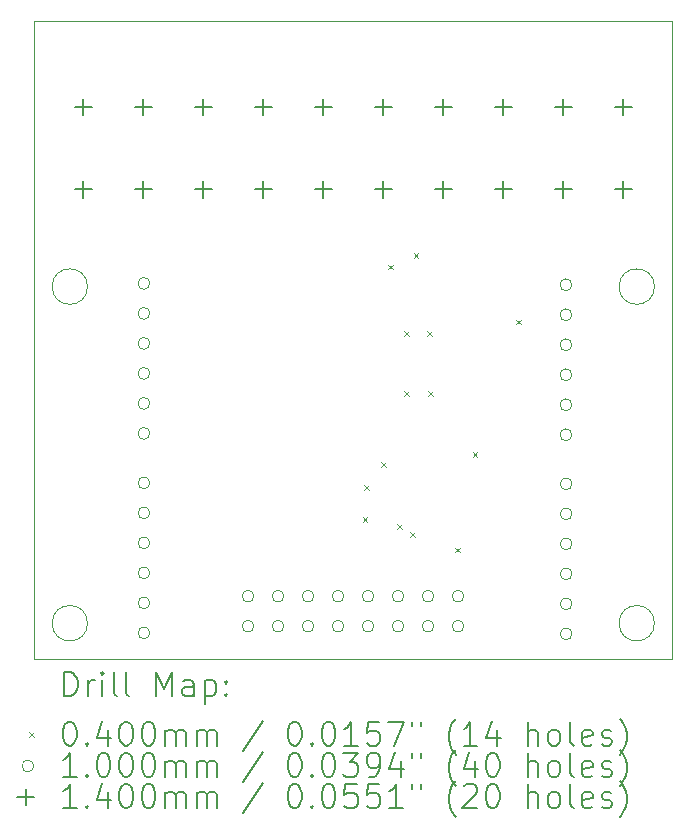
<source format=gbr>
%TF.GenerationSoftware,KiCad,Pcbnew,6.0.8+dfsg-1~bpo11+1*%
%TF.CreationDate,2022-10-31T17:37:21+01:00*%
%TF.ProjectId,rib4outAd_00,72696234-6f75-4744-9164-5f30302e6b69,rev?*%
%TF.SameCoordinates,Original*%
%TF.FileFunction,Drillmap*%
%TF.FilePolarity,Positive*%
%FSLAX45Y45*%
G04 Gerber Fmt 4.5, Leading zero omitted, Abs format (unit mm)*
G04 Created by KiCad (PCBNEW 6.0.8+dfsg-1~bpo11+1) date 2022-10-31 17:37:21*
%MOMM*%
%LPD*%
G01*
G04 APERTURE LIST*
%ADD10C,0.100000*%
%ADD11C,0.050000*%
%ADD12C,0.200000*%
%ADD13C,0.040000*%
%ADD14C,0.140000*%
G04 APERTURE END LIST*
D10*
X11850000Y-12000000D02*
X17250000Y-12000000D01*
X17250000Y-12000000D02*
X17250000Y-6600000D01*
X17250000Y-6600000D02*
X11850000Y-6600000D01*
X11850000Y-6600000D02*
X11850000Y-12000000D01*
X17100000Y-11700000D02*
G75*
G03*
X17100000Y-11700000I-150000J0D01*
G01*
X12300000Y-11700000D02*
G75*
G03*
X12300000Y-11700000I-150000J0D01*
G01*
D11*
X17100000Y-8850000D02*
G75*
G03*
X17100000Y-8850000I-150000J0D01*
G01*
D10*
X12300000Y-8850000D02*
G75*
G03*
X12300000Y-8850000I-150000J0D01*
G01*
D12*
D13*
X14630000Y-10800000D02*
X14670000Y-10840000D01*
X14670000Y-10800000D02*
X14630000Y-10840000D01*
X14643000Y-10530050D02*
X14683000Y-10570050D01*
X14683000Y-10530050D02*
X14643000Y-10570050D01*
X14787000Y-10336000D02*
X14827000Y-10376000D01*
X14827000Y-10336000D02*
X14787000Y-10376000D01*
X14844000Y-8663000D02*
X14884000Y-8703000D01*
X14884000Y-8663000D02*
X14844000Y-8703000D01*
X14919000Y-10861000D02*
X14959000Y-10901000D01*
X14959000Y-10861000D02*
X14919000Y-10901000D01*
X14980000Y-9735000D02*
X15020000Y-9775000D01*
X15020000Y-9735000D02*
X14980000Y-9775000D01*
X14983550Y-9225000D02*
X15023550Y-9265000D01*
X15023550Y-9225000D02*
X14983550Y-9265000D01*
X15030000Y-10928000D02*
X15070000Y-10968000D01*
X15070000Y-10928000D02*
X15030000Y-10968000D01*
X15062000Y-8566000D02*
X15102000Y-8606000D01*
X15102000Y-8566000D02*
X15062000Y-8606000D01*
X15173450Y-9227000D02*
X15213450Y-9267000D01*
X15213450Y-9227000D02*
X15173450Y-9267000D01*
X15186000Y-9735000D02*
X15226000Y-9775000D01*
X15226000Y-9735000D02*
X15186000Y-9775000D01*
X15410000Y-11060000D02*
X15450000Y-11100000D01*
X15450000Y-11060000D02*
X15410000Y-11100000D01*
X15560000Y-10250000D02*
X15600000Y-10290000D01*
X15600000Y-10250000D02*
X15560000Y-10290000D01*
X15930000Y-9130000D02*
X15970000Y-9170000D01*
X15970000Y-9130000D02*
X15930000Y-9170000D01*
D10*
X12827500Y-8822500D02*
G75*
G03*
X12827500Y-8822500I-50000J0D01*
G01*
X12827500Y-9076500D02*
G75*
G03*
X12827500Y-9076500I-50000J0D01*
G01*
X12827500Y-9330500D02*
G75*
G03*
X12827500Y-9330500I-50000J0D01*
G01*
X12827500Y-9584500D02*
G75*
G03*
X12827500Y-9584500I-50000J0D01*
G01*
X12827500Y-9838500D02*
G75*
G03*
X12827500Y-9838500I-50000J0D01*
G01*
X12827500Y-10092500D02*
G75*
G03*
X12827500Y-10092500I-50000J0D01*
G01*
X12827500Y-10512500D02*
G75*
G03*
X12827500Y-10512500I-50000J0D01*
G01*
X12827500Y-10766500D02*
G75*
G03*
X12827500Y-10766500I-50000J0D01*
G01*
X12827500Y-11020500D02*
G75*
G03*
X12827500Y-11020500I-50000J0D01*
G01*
X12827500Y-11274500D02*
G75*
G03*
X12827500Y-11274500I-50000J0D01*
G01*
X12827500Y-11528500D02*
G75*
G03*
X12827500Y-11528500I-50000J0D01*
G01*
X12827500Y-11782500D02*
G75*
G03*
X12827500Y-11782500I-50000J0D01*
G01*
X13709000Y-11471000D02*
G75*
G03*
X13709000Y-11471000I-50000J0D01*
G01*
X13709000Y-11725000D02*
G75*
G03*
X13709000Y-11725000I-50000J0D01*
G01*
X13963000Y-11471000D02*
G75*
G03*
X13963000Y-11471000I-50000J0D01*
G01*
X13963000Y-11725000D02*
G75*
G03*
X13963000Y-11725000I-50000J0D01*
G01*
X14217000Y-11471000D02*
G75*
G03*
X14217000Y-11471000I-50000J0D01*
G01*
X14217000Y-11725000D02*
G75*
G03*
X14217000Y-11725000I-50000J0D01*
G01*
X14471000Y-11471000D02*
G75*
G03*
X14471000Y-11471000I-50000J0D01*
G01*
X14471000Y-11725000D02*
G75*
G03*
X14471000Y-11725000I-50000J0D01*
G01*
X14725000Y-11471000D02*
G75*
G03*
X14725000Y-11471000I-50000J0D01*
G01*
X14725000Y-11725000D02*
G75*
G03*
X14725000Y-11725000I-50000J0D01*
G01*
X14979000Y-11471000D02*
G75*
G03*
X14979000Y-11471000I-50000J0D01*
G01*
X14979000Y-11725000D02*
G75*
G03*
X14979000Y-11725000I-50000J0D01*
G01*
X15233000Y-11471000D02*
G75*
G03*
X15233000Y-11471000I-50000J0D01*
G01*
X15233000Y-11725000D02*
G75*
G03*
X15233000Y-11725000I-50000J0D01*
G01*
X15487000Y-11471000D02*
G75*
G03*
X15487000Y-11471000I-50000J0D01*
G01*
X15487000Y-11725000D02*
G75*
G03*
X15487000Y-11725000I-50000J0D01*
G01*
X16400000Y-8834000D02*
G75*
G03*
X16400000Y-8834000I-50000J0D01*
G01*
X16400000Y-9088000D02*
G75*
G03*
X16400000Y-9088000I-50000J0D01*
G01*
X16400000Y-9342000D02*
G75*
G03*
X16400000Y-9342000I-50000J0D01*
G01*
X16400000Y-9596000D02*
G75*
G03*
X16400000Y-9596000I-50000J0D01*
G01*
X16400000Y-9850000D02*
G75*
G03*
X16400000Y-9850000I-50000J0D01*
G01*
X16400000Y-10104000D02*
G75*
G03*
X16400000Y-10104000I-50000J0D01*
G01*
X16402500Y-10520000D02*
G75*
G03*
X16402500Y-10520000I-50000J0D01*
G01*
X16402500Y-10774000D02*
G75*
G03*
X16402500Y-10774000I-50000J0D01*
G01*
X16402500Y-11028000D02*
G75*
G03*
X16402500Y-11028000I-50000J0D01*
G01*
X16402500Y-11282000D02*
G75*
G03*
X16402500Y-11282000I-50000J0D01*
G01*
X16402500Y-11536000D02*
G75*
G03*
X16402500Y-11536000I-50000J0D01*
G01*
X16402500Y-11790000D02*
G75*
G03*
X16402500Y-11790000I-50000J0D01*
G01*
D14*
X12264000Y-7257750D02*
X12264000Y-7397750D01*
X12194000Y-7327750D02*
X12334000Y-7327750D01*
X12264000Y-7957750D02*
X12264000Y-8097750D01*
X12194000Y-8027750D02*
X12334000Y-8027750D01*
X12772000Y-7257750D02*
X12772000Y-7397750D01*
X12702000Y-7327750D02*
X12842000Y-7327750D01*
X12772000Y-7957750D02*
X12772000Y-8097750D01*
X12702000Y-8027750D02*
X12842000Y-8027750D01*
X13280000Y-7257750D02*
X13280000Y-7397750D01*
X13210000Y-7327750D02*
X13350000Y-7327750D01*
X13280000Y-7957750D02*
X13280000Y-8097750D01*
X13210000Y-8027750D02*
X13350000Y-8027750D01*
X13788000Y-7257750D02*
X13788000Y-7397750D01*
X13718000Y-7327750D02*
X13858000Y-7327750D01*
X13788000Y-7957750D02*
X13788000Y-8097750D01*
X13718000Y-8027750D02*
X13858000Y-8027750D01*
X14296000Y-7257750D02*
X14296000Y-7397750D01*
X14226000Y-7327750D02*
X14366000Y-7327750D01*
X14296000Y-7957750D02*
X14296000Y-8097750D01*
X14226000Y-8027750D02*
X14366000Y-8027750D01*
X14804000Y-7257750D02*
X14804000Y-7397750D01*
X14734000Y-7327750D02*
X14874000Y-7327750D01*
X14804000Y-7957750D02*
X14804000Y-8097750D01*
X14734000Y-8027750D02*
X14874000Y-8027750D01*
X15312000Y-7257750D02*
X15312000Y-7397750D01*
X15242000Y-7327750D02*
X15382000Y-7327750D01*
X15312000Y-7957750D02*
X15312000Y-8097750D01*
X15242000Y-8027750D02*
X15382000Y-8027750D01*
X15820000Y-7257750D02*
X15820000Y-7397750D01*
X15750000Y-7327750D02*
X15890000Y-7327750D01*
X15820000Y-7957750D02*
X15820000Y-8097750D01*
X15750000Y-8027750D02*
X15890000Y-8027750D01*
X16328000Y-7257750D02*
X16328000Y-7397750D01*
X16258000Y-7327750D02*
X16398000Y-7327750D01*
X16328000Y-7957750D02*
X16328000Y-8097750D01*
X16258000Y-8027750D02*
X16398000Y-8027750D01*
X16836000Y-7257750D02*
X16836000Y-7397750D01*
X16766000Y-7327750D02*
X16906000Y-7327750D01*
X16836000Y-7957750D02*
X16836000Y-8097750D01*
X16766000Y-8027750D02*
X16906000Y-8027750D01*
D12*
X12102619Y-12315476D02*
X12102619Y-12115476D01*
X12150238Y-12115476D01*
X12178809Y-12125000D01*
X12197857Y-12144048D01*
X12207381Y-12163095D01*
X12216905Y-12201190D01*
X12216905Y-12229762D01*
X12207381Y-12267857D01*
X12197857Y-12286905D01*
X12178809Y-12305952D01*
X12150238Y-12315476D01*
X12102619Y-12315476D01*
X12302619Y-12315476D02*
X12302619Y-12182143D01*
X12302619Y-12220238D02*
X12312143Y-12201190D01*
X12321667Y-12191667D01*
X12340714Y-12182143D01*
X12359762Y-12182143D01*
X12426428Y-12315476D02*
X12426428Y-12182143D01*
X12426428Y-12115476D02*
X12416905Y-12125000D01*
X12426428Y-12134524D01*
X12435952Y-12125000D01*
X12426428Y-12115476D01*
X12426428Y-12134524D01*
X12550238Y-12315476D02*
X12531190Y-12305952D01*
X12521667Y-12286905D01*
X12521667Y-12115476D01*
X12655000Y-12315476D02*
X12635952Y-12305952D01*
X12626428Y-12286905D01*
X12626428Y-12115476D01*
X12883571Y-12315476D02*
X12883571Y-12115476D01*
X12950238Y-12258333D01*
X13016905Y-12115476D01*
X13016905Y-12315476D01*
X13197857Y-12315476D02*
X13197857Y-12210714D01*
X13188333Y-12191667D01*
X13169286Y-12182143D01*
X13131190Y-12182143D01*
X13112143Y-12191667D01*
X13197857Y-12305952D02*
X13178809Y-12315476D01*
X13131190Y-12315476D01*
X13112143Y-12305952D01*
X13102619Y-12286905D01*
X13102619Y-12267857D01*
X13112143Y-12248809D01*
X13131190Y-12239286D01*
X13178809Y-12239286D01*
X13197857Y-12229762D01*
X13293095Y-12182143D02*
X13293095Y-12382143D01*
X13293095Y-12191667D02*
X13312143Y-12182143D01*
X13350238Y-12182143D01*
X13369286Y-12191667D01*
X13378809Y-12201190D01*
X13388333Y-12220238D01*
X13388333Y-12277381D01*
X13378809Y-12296428D01*
X13369286Y-12305952D01*
X13350238Y-12315476D01*
X13312143Y-12315476D01*
X13293095Y-12305952D01*
X13474048Y-12296428D02*
X13483571Y-12305952D01*
X13474048Y-12315476D01*
X13464524Y-12305952D01*
X13474048Y-12296428D01*
X13474048Y-12315476D01*
X13474048Y-12191667D02*
X13483571Y-12201190D01*
X13474048Y-12210714D01*
X13464524Y-12201190D01*
X13474048Y-12191667D01*
X13474048Y-12210714D01*
D13*
X11805000Y-12625000D02*
X11845000Y-12665000D01*
X11845000Y-12625000D02*
X11805000Y-12665000D01*
D12*
X12140714Y-12535476D02*
X12159762Y-12535476D01*
X12178809Y-12545000D01*
X12188333Y-12554524D01*
X12197857Y-12573571D01*
X12207381Y-12611667D01*
X12207381Y-12659286D01*
X12197857Y-12697381D01*
X12188333Y-12716428D01*
X12178809Y-12725952D01*
X12159762Y-12735476D01*
X12140714Y-12735476D01*
X12121667Y-12725952D01*
X12112143Y-12716428D01*
X12102619Y-12697381D01*
X12093095Y-12659286D01*
X12093095Y-12611667D01*
X12102619Y-12573571D01*
X12112143Y-12554524D01*
X12121667Y-12545000D01*
X12140714Y-12535476D01*
X12293095Y-12716428D02*
X12302619Y-12725952D01*
X12293095Y-12735476D01*
X12283571Y-12725952D01*
X12293095Y-12716428D01*
X12293095Y-12735476D01*
X12474048Y-12602143D02*
X12474048Y-12735476D01*
X12426428Y-12525952D02*
X12378809Y-12668809D01*
X12502619Y-12668809D01*
X12616905Y-12535476D02*
X12635952Y-12535476D01*
X12655000Y-12545000D01*
X12664524Y-12554524D01*
X12674048Y-12573571D01*
X12683571Y-12611667D01*
X12683571Y-12659286D01*
X12674048Y-12697381D01*
X12664524Y-12716428D01*
X12655000Y-12725952D01*
X12635952Y-12735476D01*
X12616905Y-12735476D01*
X12597857Y-12725952D01*
X12588333Y-12716428D01*
X12578809Y-12697381D01*
X12569286Y-12659286D01*
X12569286Y-12611667D01*
X12578809Y-12573571D01*
X12588333Y-12554524D01*
X12597857Y-12545000D01*
X12616905Y-12535476D01*
X12807381Y-12535476D02*
X12826428Y-12535476D01*
X12845476Y-12545000D01*
X12855000Y-12554524D01*
X12864524Y-12573571D01*
X12874048Y-12611667D01*
X12874048Y-12659286D01*
X12864524Y-12697381D01*
X12855000Y-12716428D01*
X12845476Y-12725952D01*
X12826428Y-12735476D01*
X12807381Y-12735476D01*
X12788333Y-12725952D01*
X12778809Y-12716428D01*
X12769286Y-12697381D01*
X12759762Y-12659286D01*
X12759762Y-12611667D01*
X12769286Y-12573571D01*
X12778809Y-12554524D01*
X12788333Y-12545000D01*
X12807381Y-12535476D01*
X12959762Y-12735476D02*
X12959762Y-12602143D01*
X12959762Y-12621190D02*
X12969286Y-12611667D01*
X12988333Y-12602143D01*
X13016905Y-12602143D01*
X13035952Y-12611667D01*
X13045476Y-12630714D01*
X13045476Y-12735476D01*
X13045476Y-12630714D02*
X13055000Y-12611667D01*
X13074048Y-12602143D01*
X13102619Y-12602143D01*
X13121667Y-12611667D01*
X13131190Y-12630714D01*
X13131190Y-12735476D01*
X13226428Y-12735476D02*
X13226428Y-12602143D01*
X13226428Y-12621190D02*
X13235952Y-12611667D01*
X13255000Y-12602143D01*
X13283571Y-12602143D01*
X13302619Y-12611667D01*
X13312143Y-12630714D01*
X13312143Y-12735476D01*
X13312143Y-12630714D02*
X13321667Y-12611667D01*
X13340714Y-12602143D01*
X13369286Y-12602143D01*
X13388333Y-12611667D01*
X13397857Y-12630714D01*
X13397857Y-12735476D01*
X13788333Y-12525952D02*
X13616905Y-12783095D01*
X14045476Y-12535476D02*
X14064524Y-12535476D01*
X14083571Y-12545000D01*
X14093095Y-12554524D01*
X14102619Y-12573571D01*
X14112143Y-12611667D01*
X14112143Y-12659286D01*
X14102619Y-12697381D01*
X14093095Y-12716428D01*
X14083571Y-12725952D01*
X14064524Y-12735476D01*
X14045476Y-12735476D01*
X14026428Y-12725952D01*
X14016905Y-12716428D01*
X14007381Y-12697381D01*
X13997857Y-12659286D01*
X13997857Y-12611667D01*
X14007381Y-12573571D01*
X14016905Y-12554524D01*
X14026428Y-12545000D01*
X14045476Y-12535476D01*
X14197857Y-12716428D02*
X14207381Y-12725952D01*
X14197857Y-12735476D01*
X14188333Y-12725952D01*
X14197857Y-12716428D01*
X14197857Y-12735476D01*
X14331190Y-12535476D02*
X14350238Y-12535476D01*
X14369286Y-12545000D01*
X14378809Y-12554524D01*
X14388333Y-12573571D01*
X14397857Y-12611667D01*
X14397857Y-12659286D01*
X14388333Y-12697381D01*
X14378809Y-12716428D01*
X14369286Y-12725952D01*
X14350238Y-12735476D01*
X14331190Y-12735476D01*
X14312143Y-12725952D01*
X14302619Y-12716428D01*
X14293095Y-12697381D01*
X14283571Y-12659286D01*
X14283571Y-12611667D01*
X14293095Y-12573571D01*
X14302619Y-12554524D01*
X14312143Y-12545000D01*
X14331190Y-12535476D01*
X14588333Y-12735476D02*
X14474048Y-12735476D01*
X14531190Y-12735476D02*
X14531190Y-12535476D01*
X14512143Y-12564048D01*
X14493095Y-12583095D01*
X14474048Y-12592619D01*
X14769286Y-12535476D02*
X14674048Y-12535476D01*
X14664524Y-12630714D01*
X14674048Y-12621190D01*
X14693095Y-12611667D01*
X14740714Y-12611667D01*
X14759762Y-12621190D01*
X14769286Y-12630714D01*
X14778809Y-12649762D01*
X14778809Y-12697381D01*
X14769286Y-12716428D01*
X14759762Y-12725952D01*
X14740714Y-12735476D01*
X14693095Y-12735476D01*
X14674048Y-12725952D01*
X14664524Y-12716428D01*
X14845476Y-12535476D02*
X14978809Y-12535476D01*
X14893095Y-12735476D01*
X15045476Y-12535476D02*
X15045476Y-12573571D01*
X15121667Y-12535476D02*
X15121667Y-12573571D01*
X15416905Y-12811667D02*
X15407381Y-12802143D01*
X15388333Y-12773571D01*
X15378809Y-12754524D01*
X15369286Y-12725952D01*
X15359762Y-12678333D01*
X15359762Y-12640238D01*
X15369286Y-12592619D01*
X15378809Y-12564048D01*
X15388333Y-12545000D01*
X15407381Y-12516428D01*
X15416905Y-12506905D01*
X15597857Y-12735476D02*
X15483571Y-12735476D01*
X15540714Y-12735476D02*
X15540714Y-12535476D01*
X15521667Y-12564048D01*
X15502619Y-12583095D01*
X15483571Y-12592619D01*
X15769286Y-12602143D02*
X15769286Y-12735476D01*
X15721667Y-12525952D02*
X15674048Y-12668809D01*
X15797857Y-12668809D01*
X16026428Y-12735476D02*
X16026428Y-12535476D01*
X16112143Y-12735476D02*
X16112143Y-12630714D01*
X16102619Y-12611667D01*
X16083571Y-12602143D01*
X16055000Y-12602143D01*
X16035952Y-12611667D01*
X16026428Y-12621190D01*
X16235952Y-12735476D02*
X16216905Y-12725952D01*
X16207381Y-12716428D01*
X16197857Y-12697381D01*
X16197857Y-12640238D01*
X16207381Y-12621190D01*
X16216905Y-12611667D01*
X16235952Y-12602143D01*
X16264524Y-12602143D01*
X16283571Y-12611667D01*
X16293095Y-12621190D01*
X16302619Y-12640238D01*
X16302619Y-12697381D01*
X16293095Y-12716428D01*
X16283571Y-12725952D01*
X16264524Y-12735476D01*
X16235952Y-12735476D01*
X16416905Y-12735476D02*
X16397857Y-12725952D01*
X16388333Y-12706905D01*
X16388333Y-12535476D01*
X16569286Y-12725952D02*
X16550238Y-12735476D01*
X16512143Y-12735476D01*
X16493095Y-12725952D01*
X16483571Y-12706905D01*
X16483571Y-12630714D01*
X16493095Y-12611667D01*
X16512143Y-12602143D01*
X16550238Y-12602143D01*
X16569286Y-12611667D01*
X16578809Y-12630714D01*
X16578809Y-12649762D01*
X16483571Y-12668809D01*
X16655000Y-12725952D02*
X16674048Y-12735476D01*
X16712143Y-12735476D01*
X16731190Y-12725952D01*
X16740714Y-12706905D01*
X16740714Y-12697381D01*
X16731190Y-12678333D01*
X16712143Y-12668809D01*
X16683571Y-12668809D01*
X16664524Y-12659286D01*
X16655000Y-12640238D01*
X16655000Y-12630714D01*
X16664524Y-12611667D01*
X16683571Y-12602143D01*
X16712143Y-12602143D01*
X16731190Y-12611667D01*
X16807381Y-12811667D02*
X16816905Y-12802143D01*
X16835952Y-12773571D01*
X16845476Y-12754524D01*
X16855000Y-12725952D01*
X16864524Y-12678333D01*
X16864524Y-12640238D01*
X16855000Y-12592619D01*
X16845476Y-12564048D01*
X16835952Y-12545000D01*
X16816905Y-12516428D01*
X16807381Y-12506905D01*
D10*
X11845000Y-12909000D02*
G75*
G03*
X11845000Y-12909000I-50000J0D01*
G01*
D12*
X12207381Y-12999476D02*
X12093095Y-12999476D01*
X12150238Y-12999476D02*
X12150238Y-12799476D01*
X12131190Y-12828048D01*
X12112143Y-12847095D01*
X12093095Y-12856619D01*
X12293095Y-12980428D02*
X12302619Y-12989952D01*
X12293095Y-12999476D01*
X12283571Y-12989952D01*
X12293095Y-12980428D01*
X12293095Y-12999476D01*
X12426428Y-12799476D02*
X12445476Y-12799476D01*
X12464524Y-12809000D01*
X12474048Y-12818524D01*
X12483571Y-12837571D01*
X12493095Y-12875667D01*
X12493095Y-12923286D01*
X12483571Y-12961381D01*
X12474048Y-12980428D01*
X12464524Y-12989952D01*
X12445476Y-12999476D01*
X12426428Y-12999476D01*
X12407381Y-12989952D01*
X12397857Y-12980428D01*
X12388333Y-12961381D01*
X12378809Y-12923286D01*
X12378809Y-12875667D01*
X12388333Y-12837571D01*
X12397857Y-12818524D01*
X12407381Y-12809000D01*
X12426428Y-12799476D01*
X12616905Y-12799476D02*
X12635952Y-12799476D01*
X12655000Y-12809000D01*
X12664524Y-12818524D01*
X12674048Y-12837571D01*
X12683571Y-12875667D01*
X12683571Y-12923286D01*
X12674048Y-12961381D01*
X12664524Y-12980428D01*
X12655000Y-12989952D01*
X12635952Y-12999476D01*
X12616905Y-12999476D01*
X12597857Y-12989952D01*
X12588333Y-12980428D01*
X12578809Y-12961381D01*
X12569286Y-12923286D01*
X12569286Y-12875667D01*
X12578809Y-12837571D01*
X12588333Y-12818524D01*
X12597857Y-12809000D01*
X12616905Y-12799476D01*
X12807381Y-12799476D02*
X12826428Y-12799476D01*
X12845476Y-12809000D01*
X12855000Y-12818524D01*
X12864524Y-12837571D01*
X12874048Y-12875667D01*
X12874048Y-12923286D01*
X12864524Y-12961381D01*
X12855000Y-12980428D01*
X12845476Y-12989952D01*
X12826428Y-12999476D01*
X12807381Y-12999476D01*
X12788333Y-12989952D01*
X12778809Y-12980428D01*
X12769286Y-12961381D01*
X12759762Y-12923286D01*
X12759762Y-12875667D01*
X12769286Y-12837571D01*
X12778809Y-12818524D01*
X12788333Y-12809000D01*
X12807381Y-12799476D01*
X12959762Y-12999476D02*
X12959762Y-12866143D01*
X12959762Y-12885190D02*
X12969286Y-12875667D01*
X12988333Y-12866143D01*
X13016905Y-12866143D01*
X13035952Y-12875667D01*
X13045476Y-12894714D01*
X13045476Y-12999476D01*
X13045476Y-12894714D02*
X13055000Y-12875667D01*
X13074048Y-12866143D01*
X13102619Y-12866143D01*
X13121667Y-12875667D01*
X13131190Y-12894714D01*
X13131190Y-12999476D01*
X13226428Y-12999476D02*
X13226428Y-12866143D01*
X13226428Y-12885190D02*
X13235952Y-12875667D01*
X13255000Y-12866143D01*
X13283571Y-12866143D01*
X13302619Y-12875667D01*
X13312143Y-12894714D01*
X13312143Y-12999476D01*
X13312143Y-12894714D02*
X13321667Y-12875667D01*
X13340714Y-12866143D01*
X13369286Y-12866143D01*
X13388333Y-12875667D01*
X13397857Y-12894714D01*
X13397857Y-12999476D01*
X13788333Y-12789952D02*
X13616905Y-13047095D01*
X14045476Y-12799476D02*
X14064524Y-12799476D01*
X14083571Y-12809000D01*
X14093095Y-12818524D01*
X14102619Y-12837571D01*
X14112143Y-12875667D01*
X14112143Y-12923286D01*
X14102619Y-12961381D01*
X14093095Y-12980428D01*
X14083571Y-12989952D01*
X14064524Y-12999476D01*
X14045476Y-12999476D01*
X14026428Y-12989952D01*
X14016905Y-12980428D01*
X14007381Y-12961381D01*
X13997857Y-12923286D01*
X13997857Y-12875667D01*
X14007381Y-12837571D01*
X14016905Y-12818524D01*
X14026428Y-12809000D01*
X14045476Y-12799476D01*
X14197857Y-12980428D02*
X14207381Y-12989952D01*
X14197857Y-12999476D01*
X14188333Y-12989952D01*
X14197857Y-12980428D01*
X14197857Y-12999476D01*
X14331190Y-12799476D02*
X14350238Y-12799476D01*
X14369286Y-12809000D01*
X14378809Y-12818524D01*
X14388333Y-12837571D01*
X14397857Y-12875667D01*
X14397857Y-12923286D01*
X14388333Y-12961381D01*
X14378809Y-12980428D01*
X14369286Y-12989952D01*
X14350238Y-12999476D01*
X14331190Y-12999476D01*
X14312143Y-12989952D01*
X14302619Y-12980428D01*
X14293095Y-12961381D01*
X14283571Y-12923286D01*
X14283571Y-12875667D01*
X14293095Y-12837571D01*
X14302619Y-12818524D01*
X14312143Y-12809000D01*
X14331190Y-12799476D01*
X14464524Y-12799476D02*
X14588333Y-12799476D01*
X14521667Y-12875667D01*
X14550238Y-12875667D01*
X14569286Y-12885190D01*
X14578809Y-12894714D01*
X14588333Y-12913762D01*
X14588333Y-12961381D01*
X14578809Y-12980428D01*
X14569286Y-12989952D01*
X14550238Y-12999476D01*
X14493095Y-12999476D01*
X14474048Y-12989952D01*
X14464524Y-12980428D01*
X14683571Y-12999476D02*
X14721667Y-12999476D01*
X14740714Y-12989952D01*
X14750238Y-12980428D01*
X14769286Y-12951857D01*
X14778809Y-12913762D01*
X14778809Y-12837571D01*
X14769286Y-12818524D01*
X14759762Y-12809000D01*
X14740714Y-12799476D01*
X14702619Y-12799476D01*
X14683571Y-12809000D01*
X14674048Y-12818524D01*
X14664524Y-12837571D01*
X14664524Y-12885190D01*
X14674048Y-12904238D01*
X14683571Y-12913762D01*
X14702619Y-12923286D01*
X14740714Y-12923286D01*
X14759762Y-12913762D01*
X14769286Y-12904238D01*
X14778809Y-12885190D01*
X14950238Y-12866143D02*
X14950238Y-12999476D01*
X14902619Y-12789952D02*
X14855000Y-12932809D01*
X14978809Y-12932809D01*
X15045476Y-12799476D02*
X15045476Y-12837571D01*
X15121667Y-12799476D02*
X15121667Y-12837571D01*
X15416905Y-13075667D02*
X15407381Y-13066143D01*
X15388333Y-13037571D01*
X15378809Y-13018524D01*
X15369286Y-12989952D01*
X15359762Y-12942333D01*
X15359762Y-12904238D01*
X15369286Y-12856619D01*
X15378809Y-12828048D01*
X15388333Y-12809000D01*
X15407381Y-12780428D01*
X15416905Y-12770905D01*
X15578809Y-12866143D02*
X15578809Y-12999476D01*
X15531190Y-12789952D02*
X15483571Y-12932809D01*
X15607381Y-12932809D01*
X15721667Y-12799476D02*
X15740714Y-12799476D01*
X15759762Y-12809000D01*
X15769286Y-12818524D01*
X15778809Y-12837571D01*
X15788333Y-12875667D01*
X15788333Y-12923286D01*
X15778809Y-12961381D01*
X15769286Y-12980428D01*
X15759762Y-12989952D01*
X15740714Y-12999476D01*
X15721667Y-12999476D01*
X15702619Y-12989952D01*
X15693095Y-12980428D01*
X15683571Y-12961381D01*
X15674048Y-12923286D01*
X15674048Y-12875667D01*
X15683571Y-12837571D01*
X15693095Y-12818524D01*
X15702619Y-12809000D01*
X15721667Y-12799476D01*
X16026428Y-12999476D02*
X16026428Y-12799476D01*
X16112143Y-12999476D02*
X16112143Y-12894714D01*
X16102619Y-12875667D01*
X16083571Y-12866143D01*
X16055000Y-12866143D01*
X16035952Y-12875667D01*
X16026428Y-12885190D01*
X16235952Y-12999476D02*
X16216905Y-12989952D01*
X16207381Y-12980428D01*
X16197857Y-12961381D01*
X16197857Y-12904238D01*
X16207381Y-12885190D01*
X16216905Y-12875667D01*
X16235952Y-12866143D01*
X16264524Y-12866143D01*
X16283571Y-12875667D01*
X16293095Y-12885190D01*
X16302619Y-12904238D01*
X16302619Y-12961381D01*
X16293095Y-12980428D01*
X16283571Y-12989952D01*
X16264524Y-12999476D01*
X16235952Y-12999476D01*
X16416905Y-12999476D02*
X16397857Y-12989952D01*
X16388333Y-12970905D01*
X16388333Y-12799476D01*
X16569286Y-12989952D02*
X16550238Y-12999476D01*
X16512143Y-12999476D01*
X16493095Y-12989952D01*
X16483571Y-12970905D01*
X16483571Y-12894714D01*
X16493095Y-12875667D01*
X16512143Y-12866143D01*
X16550238Y-12866143D01*
X16569286Y-12875667D01*
X16578809Y-12894714D01*
X16578809Y-12913762D01*
X16483571Y-12932809D01*
X16655000Y-12989952D02*
X16674048Y-12999476D01*
X16712143Y-12999476D01*
X16731190Y-12989952D01*
X16740714Y-12970905D01*
X16740714Y-12961381D01*
X16731190Y-12942333D01*
X16712143Y-12932809D01*
X16683571Y-12932809D01*
X16664524Y-12923286D01*
X16655000Y-12904238D01*
X16655000Y-12894714D01*
X16664524Y-12875667D01*
X16683571Y-12866143D01*
X16712143Y-12866143D01*
X16731190Y-12875667D01*
X16807381Y-13075667D02*
X16816905Y-13066143D01*
X16835952Y-13037571D01*
X16845476Y-13018524D01*
X16855000Y-12989952D01*
X16864524Y-12942333D01*
X16864524Y-12904238D01*
X16855000Y-12856619D01*
X16845476Y-12828048D01*
X16835952Y-12809000D01*
X16816905Y-12780428D01*
X16807381Y-12770905D01*
D14*
X11775000Y-13103000D02*
X11775000Y-13243000D01*
X11705000Y-13173000D02*
X11845000Y-13173000D01*
D12*
X12207381Y-13263476D02*
X12093095Y-13263476D01*
X12150238Y-13263476D02*
X12150238Y-13063476D01*
X12131190Y-13092048D01*
X12112143Y-13111095D01*
X12093095Y-13120619D01*
X12293095Y-13244428D02*
X12302619Y-13253952D01*
X12293095Y-13263476D01*
X12283571Y-13253952D01*
X12293095Y-13244428D01*
X12293095Y-13263476D01*
X12474048Y-13130143D02*
X12474048Y-13263476D01*
X12426428Y-13053952D02*
X12378809Y-13196809D01*
X12502619Y-13196809D01*
X12616905Y-13063476D02*
X12635952Y-13063476D01*
X12655000Y-13073000D01*
X12664524Y-13082524D01*
X12674048Y-13101571D01*
X12683571Y-13139667D01*
X12683571Y-13187286D01*
X12674048Y-13225381D01*
X12664524Y-13244428D01*
X12655000Y-13253952D01*
X12635952Y-13263476D01*
X12616905Y-13263476D01*
X12597857Y-13253952D01*
X12588333Y-13244428D01*
X12578809Y-13225381D01*
X12569286Y-13187286D01*
X12569286Y-13139667D01*
X12578809Y-13101571D01*
X12588333Y-13082524D01*
X12597857Y-13073000D01*
X12616905Y-13063476D01*
X12807381Y-13063476D02*
X12826428Y-13063476D01*
X12845476Y-13073000D01*
X12855000Y-13082524D01*
X12864524Y-13101571D01*
X12874048Y-13139667D01*
X12874048Y-13187286D01*
X12864524Y-13225381D01*
X12855000Y-13244428D01*
X12845476Y-13253952D01*
X12826428Y-13263476D01*
X12807381Y-13263476D01*
X12788333Y-13253952D01*
X12778809Y-13244428D01*
X12769286Y-13225381D01*
X12759762Y-13187286D01*
X12759762Y-13139667D01*
X12769286Y-13101571D01*
X12778809Y-13082524D01*
X12788333Y-13073000D01*
X12807381Y-13063476D01*
X12959762Y-13263476D02*
X12959762Y-13130143D01*
X12959762Y-13149190D02*
X12969286Y-13139667D01*
X12988333Y-13130143D01*
X13016905Y-13130143D01*
X13035952Y-13139667D01*
X13045476Y-13158714D01*
X13045476Y-13263476D01*
X13045476Y-13158714D02*
X13055000Y-13139667D01*
X13074048Y-13130143D01*
X13102619Y-13130143D01*
X13121667Y-13139667D01*
X13131190Y-13158714D01*
X13131190Y-13263476D01*
X13226428Y-13263476D02*
X13226428Y-13130143D01*
X13226428Y-13149190D02*
X13235952Y-13139667D01*
X13255000Y-13130143D01*
X13283571Y-13130143D01*
X13302619Y-13139667D01*
X13312143Y-13158714D01*
X13312143Y-13263476D01*
X13312143Y-13158714D02*
X13321667Y-13139667D01*
X13340714Y-13130143D01*
X13369286Y-13130143D01*
X13388333Y-13139667D01*
X13397857Y-13158714D01*
X13397857Y-13263476D01*
X13788333Y-13053952D02*
X13616905Y-13311095D01*
X14045476Y-13063476D02*
X14064524Y-13063476D01*
X14083571Y-13073000D01*
X14093095Y-13082524D01*
X14102619Y-13101571D01*
X14112143Y-13139667D01*
X14112143Y-13187286D01*
X14102619Y-13225381D01*
X14093095Y-13244428D01*
X14083571Y-13253952D01*
X14064524Y-13263476D01*
X14045476Y-13263476D01*
X14026428Y-13253952D01*
X14016905Y-13244428D01*
X14007381Y-13225381D01*
X13997857Y-13187286D01*
X13997857Y-13139667D01*
X14007381Y-13101571D01*
X14016905Y-13082524D01*
X14026428Y-13073000D01*
X14045476Y-13063476D01*
X14197857Y-13244428D02*
X14207381Y-13253952D01*
X14197857Y-13263476D01*
X14188333Y-13253952D01*
X14197857Y-13244428D01*
X14197857Y-13263476D01*
X14331190Y-13063476D02*
X14350238Y-13063476D01*
X14369286Y-13073000D01*
X14378809Y-13082524D01*
X14388333Y-13101571D01*
X14397857Y-13139667D01*
X14397857Y-13187286D01*
X14388333Y-13225381D01*
X14378809Y-13244428D01*
X14369286Y-13253952D01*
X14350238Y-13263476D01*
X14331190Y-13263476D01*
X14312143Y-13253952D01*
X14302619Y-13244428D01*
X14293095Y-13225381D01*
X14283571Y-13187286D01*
X14283571Y-13139667D01*
X14293095Y-13101571D01*
X14302619Y-13082524D01*
X14312143Y-13073000D01*
X14331190Y-13063476D01*
X14578809Y-13063476D02*
X14483571Y-13063476D01*
X14474048Y-13158714D01*
X14483571Y-13149190D01*
X14502619Y-13139667D01*
X14550238Y-13139667D01*
X14569286Y-13149190D01*
X14578809Y-13158714D01*
X14588333Y-13177762D01*
X14588333Y-13225381D01*
X14578809Y-13244428D01*
X14569286Y-13253952D01*
X14550238Y-13263476D01*
X14502619Y-13263476D01*
X14483571Y-13253952D01*
X14474048Y-13244428D01*
X14769286Y-13063476D02*
X14674048Y-13063476D01*
X14664524Y-13158714D01*
X14674048Y-13149190D01*
X14693095Y-13139667D01*
X14740714Y-13139667D01*
X14759762Y-13149190D01*
X14769286Y-13158714D01*
X14778809Y-13177762D01*
X14778809Y-13225381D01*
X14769286Y-13244428D01*
X14759762Y-13253952D01*
X14740714Y-13263476D01*
X14693095Y-13263476D01*
X14674048Y-13253952D01*
X14664524Y-13244428D01*
X14969286Y-13263476D02*
X14855000Y-13263476D01*
X14912143Y-13263476D02*
X14912143Y-13063476D01*
X14893095Y-13092048D01*
X14874048Y-13111095D01*
X14855000Y-13120619D01*
X15045476Y-13063476D02*
X15045476Y-13101571D01*
X15121667Y-13063476D02*
X15121667Y-13101571D01*
X15416905Y-13339667D02*
X15407381Y-13330143D01*
X15388333Y-13301571D01*
X15378809Y-13282524D01*
X15369286Y-13253952D01*
X15359762Y-13206333D01*
X15359762Y-13168238D01*
X15369286Y-13120619D01*
X15378809Y-13092048D01*
X15388333Y-13073000D01*
X15407381Y-13044428D01*
X15416905Y-13034905D01*
X15483571Y-13082524D02*
X15493095Y-13073000D01*
X15512143Y-13063476D01*
X15559762Y-13063476D01*
X15578809Y-13073000D01*
X15588333Y-13082524D01*
X15597857Y-13101571D01*
X15597857Y-13120619D01*
X15588333Y-13149190D01*
X15474048Y-13263476D01*
X15597857Y-13263476D01*
X15721667Y-13063476D02*
X15740714Y-13063476D01*
X15759762Y-13073000D01*
X15769286Y-13082524D01*
X15778809Y-13101571D01*
X15788333Y-13139667D01*
X15788333Y-13187286D01*
X15778809Y-13225381D01*
X15769286Y-13244428D01*
X15759762Y-13253952D01*
X15740714Y-13263476D01*
X15721667Y-13263476D01*
X15702619Y-13253952D01*
X15693095Y-13244428D01*
X15683571Y-13225381D01*
X15674048Y-13187286D01*
X15674048Y-13139667D01*
X15683571Y-13101571D01*
X15693095Y-13082524D01*
X15702619Y-13073000D01*
X15721667Y-13063476D01*
X16026428Y-13263476D02*
X16026428Y-13063476D01*
X16112143Y-13263476D02*
X16112143Y-13158714D01*
X16102619Y-13139667D01*
X16083571Y-13130143D01*
X16055000Y-13130143D01*
X16035952Y-13139667D01*
X16026428Y-13149190D01*
X16235952Y-13263476D02*
X16216905Y-13253952D01*
X16207381Y-13244428D01*
X16197857Y-13225381D01*
X16197857Y-13168238D01*
X16207381Y-13149190D01*
X16216905Y-13139667D01*
X16235952Y-13130143D01*
X16264524Y-13130143D01*
X16283571Y-13139667D01*
X16293095Y-13149190D01*
X16302619Y-13168238D01*
X16302619Y-13225381D01*
X16293095Y-13244428D01*
X16283571Y-13253952D01*
X16264524Y-13263476D01*
X16235952Y-13263476D01*
X16416905Y-13263476D02*
X16397857Y-13253952D01*
X16388333Y-13234905D01*
X16388333Y-13063476D01*
X16569286Y-13253952D02*
X16550238Y-13263476D01*
X16512143Y-13263476D01*
X16493095Y-13253952D01*
X16483571Y-13234905D01*
X16483571Y-13158714D01*
X16493095Y-13139667D01*
X16512143Y-13130143D01*
X16550238Y-13130143D01*
X16569286Y-13139667D01*
X16578809Y-13158714D01*
X16578809Y-13177762D01*
X16483571Y-13196809D01*
X16655000Y-13253952D02*
X16674048Y-13263476D01*
X16712143Y-13263476D01*
X16731190Y-13253952D01*
X16740714Y-13234905D01*
X16740714Y-13225381D01*
X16731190Y-13206333D01*
X16712143Y-13196809D01*
X16683571Y-13196809D01*
X16664524Y-13187286D01*
X16655000Y-13168238D01*
X16655000Y-13158714D01*
X16664524Y-13139667D01*
X16683571Y-13130143D01*
X16712143Y-13130143D01*
X16731190Y-13139667D01*
X16807381Y-13339667D02*
X16816905Y-13330143D01*
X16835952Y-13301571D01*
X16845476Y-13282524D01*
X16855000Y-13253952D01*
X16864524Y-13206333D01*
X16864524Y-13168238D01*
X16855000Y-13120619D01*
X16845476Y-13092048D01*
X16835952Y-13073000D01*
X16816905Y-13044428D01*
X16807381Y-13034905D01*
M02*

</source>
